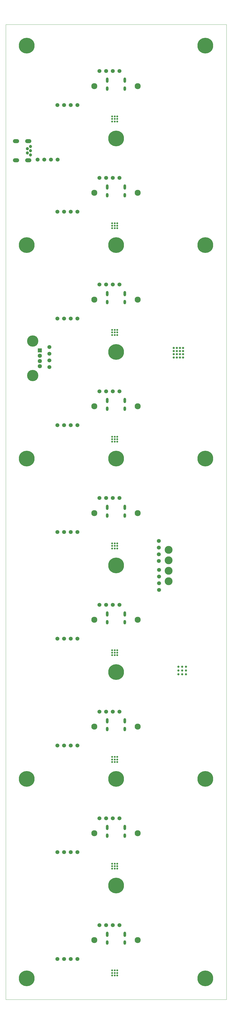
<source format=gbr>
%FSLAX33Y33*%
%MOMM*%
G04 EasyPC Gerber Version 16.0.6 Build 3249 *
%ADD94O,1.00000X1.70000*%
%ADD93O,1.00000X2.00000*%
%ADD137R,1.60000X1.60000*%
%ADD10C,0.12000*%
%ADD13C,0.70000*%
%ADD27C,0.80000*%
%ADD90C,1.20000*%
%ADD15C,1.50000*%
%ADD73C,1.60000*%
%ADD139C,2.30000*%
%ADD88C,3.00000*%
%ADD91O,2.40000X1.50000*%
%ADD138C,4.30000*%
%ADD98C,6.00000*%
X0Y0D02*
D02*
D10*
X2001Y2008D02*
X86001D01*
Y372808*
X2001*
Y2008*
D02*
D13*
X42550Y11150D03*
Y12100D03*
Y13050D03*
Y51750D03*
Y52700D03*
Y53650D03*
Y92350D03*
Y93300D03*
Y94250D03*
Y132950D03*
Y133900D03*
Y134850D03*
Y173550D03*
Y174500D03*
Y175450D03*
Y214150D03*
Y215100D03*
Y216050D03*
Y254750D03*
Y255700D03*
Y256650D03*
Y295350D03*
Y296300D03*
Y297250D03*
Y335950D03*
Y336900D03*
Y337850D03*
X43500Y11150D03*
Y12100D03*
Y13050D03*
Y51750D03*
Y52700D03*
Y53650D03*
Y92350D03*
Y93300D03*
Y94250D03*
Y132950D03*
Y133900D03*
Y134850D03*
Y173550D03*
Y174500D03*
Y175450D03*
Y214150D03*
Y215100D03*
Y216050D03*
Y254750D03*
Y255700D03*
Y256650D03*
Y295350D03*
Y296300D03*
Y297250D03*
Y335950D03*
Y336900D03*
Y337850D03*
X44450Y11150D03*
Y12100D03*
Y13050D03*
Y51750D03*
Y52700D03*
Y53650D03*
Y92350D03*
Y93300D03*
Y94250D03*
Y132950D03*
Y133900D03*
Y134850D03*
Y173550D03*
Y174500D03*
Y175450D03*
Y214150D03*
Y215100D03*
Y216050D03*
Y254750D03*
Y255700D03*
Y256650D03*
Y295350D03*
Y296300D03*
Y297250D03*
Y335950D03*
Y336900D03*
Y337850D03*
D02*
D15*
X14140Y321400D03*
X16680D03*
X18600Y242490D03*
Y245030D03*
Y247570D03*
Y250110D03*
X19220Y321400D03*
X21690Y17400D03*
Y58000D03*
Y98600D03*
Y139200D03*
Y179800D03*
Y220400D03*
Y261000D03*
Y301600D03*
Y342200D03*
X21760Y321400D03*
X24230Y17400D03*
Y58000D03*
Y98600D03*
Y139200D03*
Y179800D03*
Y220400D03*
Y261000D03*
Y301600D03*
Y342200D03*
X26770Y17400D03*
Y58000D03*
Y98600D03*
Y139200D03*
Y179800D03*
Y220400D03*
Y261000D03*
Y301600D03*
Y342200D03*
X29310Y17400D03*
Y58000D03*
Y98600D03*
Y139200D03*
Y179800D03*
Y220400D03*
Y261000D03*
Y301600D03*
Y342200D03*
X37690Y30300D03*
Y70900D03*
Y111500D03*
Y152100D03*
Y192700D03*
Y233300D03*
Y273900D03*
Y314500D03*
Y355100D03*
X40230Y30300D03*
Y70900D03*
Y111500D03*
Y152100D03*
Y192700D03*
Y233300D03*
Y273900D03*
Y314500D03*
Y355100D03*
X42770Y30300D03*
Y70900D03*
Y111500D03*
Y152100D03*
Y192700D03*
Y233300D03*
Y273900D03*
Y314500D03*
Y355100D03*
X45310Y30300D03*
Y70900D03*
Y111500D03*
Y152100D03*
Y192700D03*
Y233300D03*
Y273900D03*
Y314500D03*
Y355100D03*
X60300Y168790D03*
Y171330D03*
Y173870D03*
Y176410D03*
X60350Y157790D03*
Y160330D03*
Y162870D03*
Y165410D03*
D02*
D27*
X65950Y246200D03*
Y247400D03*
Y248600D03*
Y249800D03*
X67150Y246200D03*
Y247400D03*
Y248600D03*
Y249800D03*
X67750Y125650D03*
Y127100D03*
Y128550D03*
X68350Y246200D03*
Y247400D03*
Y248600D03*
Y249800D03*
X69200Y125650D03*
Y127100D03*
Y128550D03*
X69550Y246200D03*
Y247400D03*
Y248600D03*
Y249800D03*
X70650Y125650D03*
Y127100D03*
Y128550D03*
D02*
D73*
X14968Y242850D03*
Y244850D03*
Y246850D03*
D02*
D88*
X64000Y161110D03*
Y165070D03*
Y169030D03*
Y172990D03*
D02*
D90*
X10275Y324000D03*
Y325600D03*
X11475Y323200D03*
Y324800D03*
Y326400D03*
D02*
D91*
X5925Y321150D03*
Y328450D03*
X10575Y321150D03*
Y328450D03*
D02*
D93*
X40675Y26825D03*
Y67425D03*
Y108025D03*
Y148625D03*
Y189225D03*
Y229825D03*
Y270425D03*
Y311025D03*
Y351625D03*
X47325Y26825D03*
Y67425D03*
Y108025D03*
Y148625D03*
Y189225D03*
Y229825D03*
Y270425D03*
Y311025D03*
Y351625D03*
D02*
D94*
X40675Y23675D03*
Y64275D03*
Y104875D03*
Y145475D03*
Y186075D03*
Y226675D03*
Y267275D03*
Y307875D03*
Y348475D03*
X47325Y23675D03*
Y64275D03*
Y104875D03*
Y145475D03*
Y186075D03*
Y226675D03*
Y267275D03*
Y307875D03*
Y348475D03*
D02*
D98*
X10000Y10000D03*
Y85900D03*
Y207700D03*
Y288900D03*
Y364800D03*
X44000Y45300D03*
Y85900D03*
Y126500D03*
Y167100D03*
Y207700D03*
Y248300D03*
Y288900D03*
Y329500D03*
X78000Y10000D03*
Y85900D03*
Y207700D03*
Y288900D03*
Y364800D03*
D02*
D137*
X14968Y248850D03*
D02*
D138*
X12276Y239284D03*
Y252416D03*
D02*
D139*
X35725Y24595D03*
Y65195D03*
Y105795D03*
Y146395D03*
Y186995D03*
Y227595D03*
Y268195D03*
Y308795D03*
Y349395D03*
X52275Y24595D03*
Y65195D03*
Y105795D03*
Y146395D03*
Y186995D03*
Y227595D03*
Y268195D03*
Y308795D03*
Y349395D03*
X0Y0D02*
M02*

</source>
